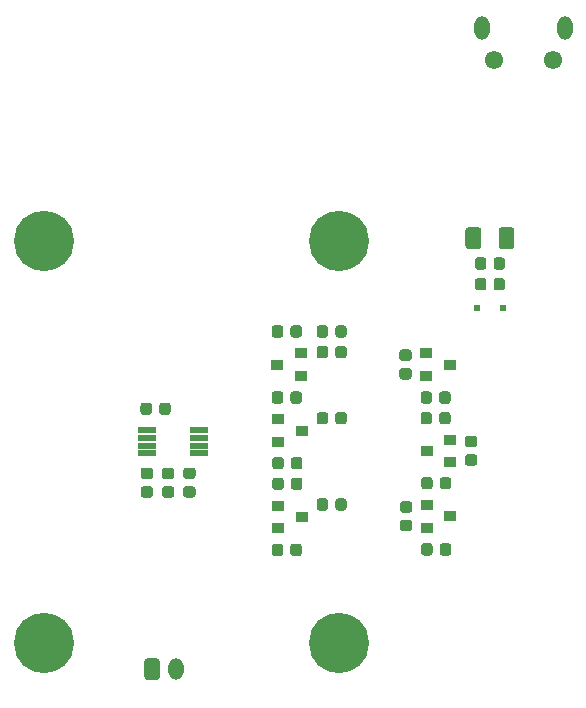
<source format=gbs>
%TF.GenerationSoftware,KiCad,Pcbnew,(5.1.6)-1*%
%TF.CreationDate,2021-03-31T15:54:52+07:00*%
%TF.ProjectId,EM_Drone_SUBFLIGHT,454d5f44-726f-46e6-955f-535542464c49,rev?*%
%TF.SameCoordinates,PX7997ee0PY7f50c60*%
%TF.FileFunction,Soldermask,Bot*%
%TF.FilePolarity,Negative*%
%FSLAX46Y46*%
G04 Gerber Fmt 4.6, Leading zero omitted, Abs format (unit mm)*
G04 Created by KiCad (PCBNEW (5.1.6)-1) date 2021-03-31 15:54:52*
%MOMM*%
%LPD*%
G01*
G04 APERTURE LIST*
%ADD10R,1.550000X0.550000*%
%ADD11R,1.000000X0.900000*%
%ADD12O,1.300000X2.000000*%
%ADD13C,1.550000*%
%ADD14O,1.300000X1.850000*%
%ADD15C,0.900000*%
%ADD16C,5.100000*%
%ADD17R,0.600000X0.600000*%
G04 APERTURE END LIST*
D10*
%TO.C,U2*%
X17200000Y37475000D03*
X17200000Y36825000D03*
X17200000Y36175000D03*
X17200000Y35525000D03*
X21600000Y35525000D03*
X21600000Y36175000D03*
X21600000Y36825000D03*
X21600000Y37475000D03*
%TD*%
%TO.C,R36*%
G36*
G01*
X28750000Y46131250D02*
X28750000Y45568750D01*
G75*
G02*
X28506250Y45325000I-243750J0D01*
G01*
X28018750Y45325000D01*
G75*
G02*
X27775000Y45568750I0J243750D01*
G01*
X27775000Y46131250D01*
G75*
G02*
X28018750Y46375000I243750J0D01*
G01*
X28506250Y46375000D01*
G75*
G02*
X28750000Y46131250I0J-243750D01*
G01*
G37*
G36*
G01*
X30325000Y46131250D02*
X30325000Y45568750D01*
G75*
G02*
X30081250Y45325000I-243750J0D01*
G01*
X29593750Y45325000D01*
G75*
G02*
X29350000Y45568750I0J243750D01*
G01*
X29350000Y46131250D01*
G75*
G02*
X29593750Y46375000I243750J0D01*
G01*
X30081250Y46375000D01*
G75*
G02*
X30325000Y46131250I0J-243750D01*
G01*
G37*
%TD*%
%TO.C,R35*%
G36*
G01*
X28800000Y33231250D02*
X28800000Y32668750D01*
G75*
G02*
X28556250Y32425000I-243750J0D01*
G01*
X28068750Y32425000D01*
G75*
G02*
X27825000Y32668750I0J243750D01*
G01*
X27825000Y33231250D01*
G75*
G02*
X28068750Y33475000I243750J0D01*
G01*
X28556250Y33475000D01*
G75*
G02*
X28800000Y33231250I0J-243750D01*
G01*
G37*
G36*
G01*
X30375000Y33231250D02*
X30375000Y32668750D01*
G75*
G02*
X30131250Y32425000I-243750J0D01*
G01*
X29643750Y32425000D01*
G75*
G02*
X29400000Y32668750I0J243750D01*
G01*
X29400000Y33231250D01*
G75*
G02*
X29643750Y33475000I243750J0D01*
G01*
X30131250Y33475000D01*
G75*
G02*
X30375000Y33231250I0J-243750D01*
G01*
G37*
%TD*%
%TO.C,R34*%
G36*
G01*
X28750000Y40531250D02*
X28750000Y39968750D01*
G75*
G02*
X28506250Y39725000I-243750J0D01*
G01*
X28018750Y39725000D01*
G75*
G02*
X27775000Y39968750I0J243750D01*
G01*
X27775000Y40531250D01*
G75*
G02*
X28018750Y40775000I243750J0D01*
G01*
X28506250Y40775000D01*
G75*
G02*
X28750000Y40531250I0J-243750D01*
G01*
G37*
G36*
G01*
X30325000Y40531250D02*
X30325000Y39968750D01*
G75*
G02*
X30081250Y39725000I-243750J0D01*
G01*
X29593750Y39725000D01*
G75*
G02*
X29350000Y39968750I0J243750D01*
G01*
X29350000Y40531250D01*
G75*
G02*
X29593750Y40775000I243750J0D01*
G01*
X30081250Y40775000D01*
G75*
G02*
X30325000Y40531250I0J-243750D01*
G01*
G37*
%TD*%
%TO.C,R33*%
G36*
G01*
X28750000Y27631250D02*
X28750000Y27068750D01*
G75*
G02*
X28506250Y26825000I-243750J0D01*
G01*
X28018750Y26825000D01*
G75*
G02*
X27775000Y27068750I0J243750D01*
G01*
X27775000Y27631250D01*
G75*
G02*
X28018750Y27875000I243750J0D01*
G01*
X28506250Y27875000D01*
G75*
G02*
X28750000Y27631250I0J-243750D01*
G01*
G37*
G36*
G01*
X30325000Y27631250D02*
X30325000Y27068750D01*
G75*
G02*
X30081250Y26825000I-243750J0D01*
G01*
X29593750Y26825000D01*
G75*
G02*
X29350000Y27068750I0J243750D01*
G01*
X29350000Y27631250D01*
G75*
G02*
X29593750Y27875000I243750J0D01*
G01*
X30081250Y27875000D01*
G75*
G02*
X30325000Y27631250I0J-243750D01*
G01*
G37*
%TD*%
%TO.C,R32*%
G36*
G01*
X28800000Y34981250D02*
X28800000Y34418750D01*
G75*
G02*
X28556250Y34175000I-243750J0D01*
G01*
X28068750Y34175000D01*
G75*
G02*
X27825000Y34418750I0J243750D01*
G01*
X27825000Y34981250D01*
G75*
G02*
X28068750Y35225000I243750J0D01*
G01*
X28556250Y35225000D01*
G75*
G02*
X28800000Y34981250I0J-243750D01*
G01*
G37*
G36*
G01*
X30375000Y34981250D02*
X30375000Y34418750D01*
G75*
G02*
X30131250Y34175000I-243750J0D01*
G01*
X29643750Y34175000D01*
G75*
G02*
X29400000Y34418750I0J243750D01*
G01*
X29400000Y34981250D01*
G75*
G02*
X29643750Y35225000I243750J0D01*
G01*
X30131250Y35225000D01*
G75*
G02*
X30375000Y34981250I0J-243750D01*
G01*
G37*
%TD*%
%TO.C,R31*%
G36*
G01*
X32550000Y46131250D02*
X32550000Y45568750D01*
G75*
G02*
X32306250Y45325000I-243750J0D01*
G01*
X31818750Y45325000D01*
G75*
G02*
X31575000Y45568750I0J243750D01*
G01*
X31575000Y46131250D01*
G75*
G02*
X31818750Y46375000I243750J0D01*
G01*
X32306250Y46375000D01*
G75*
G02*
X32550000Y46131250I0J-243750D01*
G01*
G37*
G36*
G01*
X34125000Y46131250D02*
X34125000Y45568750D01*
G75*
G02*
X33881250Y45325000I-243750J0D01*
G01*
X33393750Y45325000D01*
G75*
G02*
X33150000Y45568750I0J243750D01*
G01*
X33150000Y46131250D01*
G75*
G02*
X33393750Y46375000I243750J0D01*
G01*
X33881250Y46375000D01*
G75*
G02*
X34125000Y46131250I0J-243750D01*
G01*
G37*
%TD*%
%TO.C,R30*%
G36*
G01*
X39381250Y43350000D02*
X38818750Y43350000D01*
G75*
G02*
X38575000Y43593750I0J243750D01*
G01*
X38575000Y44081250D01*
G75*
G02*
X38818750Y44325000I243750J0D01*
G01*
X39381250Y44325000D01*
G75*
G02*
X39625000Y44081250I0J-243750D01*
G01*
X39625000Y43593750D01*
G75*
G02*
X39381250Y43350000I-243750J0D01*
G01*
G37*
G36*
G01*
X39381250Y41775000D02*
X38818750Y41775000D01*
G75*
G02*
X38575000Y42018750I0J243750D01*
G01*
X38575000Y42506250D01*
G75*
G02*
X38818750Y42750000I243750J0D01*
G01*
X39381250Y42750000D01*
G75*
G02*
X39625000Y42506250I0J-243750D01*
G01*
X39625000Y42018750D01*
G75*
G02*
X39381250Y41775000I-243750J0D01*
G01*
G37*
%TD*%
%TO.C,R29*%
G36*
G01*
X32550000Y31481250D02*
X32550000Y30918750D01*
G75*
G02*
X32306250Y30675000I-243750J0D01*
G01*
X31818750Y30675000D01*
G75*
G02*
X31575000Y30918750I0J243750D01*
G01*
X31575000Y31481250D01*
G75*
G02*
X31818750Y31725000I243750J0D01*
G01*
X32306250Y31725000D01*
G75*
G02*
X32550000Y31481250I0J-243750D01*
G01*
G37*
G36*
G01*
X34125000Y31481250D02*
X34125000Y30918750D01*
G75*
G02*
X33881250Y30675000I-243750J0D01*
G01*
X33393750Y30675000D01*
G75*
G02*
X33150000Y30918750I0J243750D01*
G01*
X33150000Y31481250D01*
G75*
G02*
X33393750Y31725000I243750J0D01*
G01*
X33881250Y31725000D01*
G75*
G02*
X34125000Y31481250I0J-243750D01*
G01*
G37*
%TD*%
%TO.C,R28*%
G36*
G01*
X32550000Y38781250D02*
X32550000Y38218750D01*
G75*
G02*
X32306250Y37975000I-243750J0D01*
G01*
X31818750Y37975000D01*
G75*
G02*
X31575000Y38218750I0J243750D01*
G01*
X31575000Y38781250D01*
G75*
G02*
X31818750Y39025000I243750J0D01*
G01*
X32306250Y39025000D01*
G75*
G02*
X32550000Y38781250I0J-243750D01*
G01*
G37*
G36*
G01*
X34125000Y38781250D02*
X34125000Y38218750D01*
G75*
G02*
X33881250Y37975000I-243750J0D01*
G01*
X33393750Y37975000D01*
G75*
G02*
X33150000Y38218750I0J243750D01*
G01*
X33150000Y38781250D01*
G75*
G02*
X33393750Y39025000I243750J0D01*
G01*
X33881250Y39025000D01*
G75*
G02*
X34125000Y38781250I0J-243750D01*
G01*
G37*
%TD*%
%TO.C,R27*%
G36*
G01*
X33150000Y43818750D02*
X33150000Y44381250D01*
G75*
G02*
X33393750Y44625000I243750J0D01*
G01*
X33881250Y44625000D01*
G75*
G02*
X34125000Y44381250I0J-243750D01*
G01*
X34125000Y43818750D01*
G75*
G02*
X33881250Y43575000I-243750J0D01*
G01*
X33393750Y43575000D01*
G75*
G02*
X33150000Y43818750I0J243750D01*
G01*
G37*
G36*
G01*
X31575000Y43818750D02*
X31575000Y44381250D01*
G75*
G02*
X31818750Y44625000I243750J0D01*
G01*
X32306250Y44625000D01*
G75*
G02*
X32550000Y44381250I0J-243750D01*
G01*
X32550000Y43818750D01*
G75*
G02*
X32306250Y43575000I-243750J0D01*
G01*
X31818750Y43575000D01*
G75*
G02*
X31575000Y43818750I0J243750D01*
G01*
G37*
%TD*%
%TO.C,R26*%
G36*
G01*
X41350000Y40531250D02*
X41350000Y39968750D01*
G75*
G02*
X41106250Y39725000I-243750J0D01*
G01*
X40618750Y39725000D01*
G75*
G02*
X40375000Y39968750I0J243750D01*
G01*
X40375000Y40531250D01*
G75*
G02*
X40618750Y40775000I243750J0D01*
G01*
X41106250Y40775000D01*
G75*
G02*
X41350000Y40531250I0J-243750D01*
G01*
G37*
G36*
G01*
X42925000Y40531250D02*
X42925000Y39968750D01*
G75*
G02*
X42681250Y39725000I-243750J0D01*
G01*
X42193750Y39725000D01*
G75*
G02*
X41950000Y39968750I0J243750D01*
G01*
X41950000Y40531250D01*
G75*
G02*
X42193750Y40775000I243750J0D01*
G01*
X42681250Y40775000D01*
G75*
G02*
X42925000Y40531250I0J-243750D01*
G01*
G37*
%TD*%
%TO.C,R25*%
G36*
G01*
X41400000Y33281250D02*
X41400000Y32718750D01*
G75*
G02*
X41156250Y32475000I-243750J0D01*
G01*
X40668750Y32475000D01*
G75*
G02*
X40425000Y32718750I0J243750D01*
G01*
X40425000Y33281250D01*
G75*
G02*
X40668750Y33525000I243750J0D01*
G01*
X41156250Y33525000D01*
G75*
G02*
X41400000Y33281250I0J-243750D01*
G01*
G37*
G36*
G01*
X42975000Y33281250D02*
X42975000Y32718750D01*
G75*
G02*
X42731250Y32475000I-243750J0D01*
G01*
X42243750Y32475000D01*
G75*
G02*
X42000000Y32718750I0J243750D01*
G01*
X42000000Y33281250D01*
G75*
G02*
X42243750Y33525000I243750J0D01*
G01*
X42731250Y33525000D01*
G75*
G02*
X42975000Y33281250I0J-243750D01*
G01*
G37*
%TD*%
%TO.C,R24*%
G36*
G01*
X44368750Y35450000D02*
X44931250Y35450000D01*
G75*
G02*
X45175000Y35206250I0J-243750D01*
G01*
X45175000Y34718750D01*
G75*
G02*
X44931250Y34475000I-243750J0D01*
G01*
X44368750Y34475000D01*
G75*
G02*
X44125000Y34718750I0J243750D01*
G01*
X44125000Y35206250D01*
G75*
G02*
X44368750Y35450000I243750J0D01*
G01*
G37*
G36*
G01*
X44368750Y37025000D02*
X44931250Y37025000D01*
G75*
G02*
X45175000Y36781250I0J-243750D01*
G01*
X45175000Y36293750D01*
G75*
G02*
X44931250Y36050000I-243750J0D01*
G01*
X44368750Y36050000D01*
G75*
G02*
X44125000Y36293750I0J243750D01*
G01*
X44125000Y36781250D01*
G75*
G02*
X44368750Y37025000I243750J0D01*
G01*
G37*
%TD*%
%TO.C,R23*%
G36*
G01*
X41350000Y38781250D02*
X41350000Y38218750D01*
G75*
G02*
X41106250Y37975000I-243750J0D01*
G01*
X40618750Y37975000D01*
G75*
G02*
X40375000Y38218750I0J243750D01*
G01*
X40375000Y38781250D01*
G75*
G02*
X40618750Y39025000I243750J0D01*
G01*
X41106250Y39025000D01*
G75*
G02*
X41350000Y38781250I0J-243750D01*
G01*
G37*
G36*
G01*
X42925000Y38781250D02*
X42925000Y38218750D01*
G75*
G02*
X42681250Y37975000I-243750J0D01*
G01*
X42193750Y37975000D01*
G75*
G02*
X41950000Y38218750I0J243750D01*
G01*
X41950000Y38781250D01*
G75*
G02*
X42193750Y39025000I243750J0D01*
G01*
X42681250Y39025000D01*
G75*
G02*
X42925000Y38781250I0J-243750D01*
G01*
G37*
%TD*%
%TO.C,R21*%
G36*
G01*
X39431250Y30500000D02*
X38868750Y30500000D01*
G75*
G02*
X38625000Y30743750I0J243750D01*
G01*
X38625000Y31231250D01*
G75*
G02*
X38868750Y31475000I243750J0D01*
G01*
X39431250Y31475000D01*
G75*
G02*
X39675000Y31231250I0J-243750D01*
G01*
X39675000Y30743750D01*
G75*
G02*
X39431250Y30500000I-243750J0D01*
G01*
G37*
G36*
G01*
X39431250Y28925000D02*
X38868750Y28925000D01*
G75*
G02*
X38625000Y29168750I0J243750D01*
G01*
X38625000Y29656250D01*
G75*
G02*
X38868750Y29900000I243750J0D01*
G01*
X39431250Y29900000D01*
G75*
G02*
X39675000Y29656250I0J-243750D01*
G01*
X39675000Y29168750D01*
G75*
G02*
X39431250Y28925000I-243750J0D01*
G01*
G37*
%TD*%
%TO.C,R16*%
G36*
G01*
X18718750Y32750000D02*
X19281250Y32750000D01*
G75*
G02*
X19525000Y32506250I0J-243750D01*
G01*
X19525000Y32018750D01*
G75*
G02*
X19281250Y31775000I-243750J0D01*
G01*
X18718750Y31775000D01*
G75*
G02*
X18475000Y32018750I0J243750D01*
G01*
X18475000Y32506250D01*
G75*
G02*
X18718750Y32750000I243750J0D01*
G01*
G37*
G36*
G01*
X18718750Y34325000D02*
X19281250Y34325000D01*
G75*
G02*
X19525000Y34081250I0J-243750D01*
G01*
X19525000Y33593750D01*
G75*
G02*
X19281250Y33350000I-243750J0D01*
G01*
X18718750Y33350000D01*
G75*
G02*
X18475000Y33593750I0J243750D01*
G01*
X18475000Y34081250D01*
G75*
G02*
X18718750Y34325000I243750J0D01*
G01*
G37*
%TD*%
%TO.C,R15*%
G36*
G01*
X21081250Y33350000D02*
X20518750Y33350000D01*
G75*
G02*
X20275000Y33593750I0J243750D01*
G01*
X20275000Y34081250D01*
G75*
G02*
X20518750Y34325000I243750J0D01*
G01*
X21081250Y34325000D01*
G75*
G02*
X21325000Y34081250I0J-243750D01*
G01*
X21325000Y33593750D01*
G75*
G02*
X21081250Y33350000I-243750J0D01*
G01*
G37*
G36*
G01*
X21081250Y31775000D02*
X20518750Y31775000D01*
G75*
G02*
X20275000Y32018750I0J243750D01*
G01*
X20275000Y32506250D01*
G75*
G02*
X20518750Y32750000I243750J0D01*
G01*
X21081250Y32750000D01*
G75*
G02*
X21325000Y32506250I0J-243750D01*
G01*
X21325000Y32018750D01*
G75*
G02*
X21081250Y31775000I-243750J0D01*
G01*
G37*
%TD*%
%TO.C,R13*%
G36*
G01*
X42000000Y27118750D02*
X42000000Y27681250D01*
G75*
G02*
X42243750Y27925000I243750J0D01*
G01*
X42731250Y27925000D01*
G75*
G02*
X42975000Y27681250I0J-243750D01*
G01*
X42975000Y27118750D01*
G75*
G02*
X42731250Y26875000I-243750J0D01*
G01*
X42243750Y26875000D01*
G75*
G02*
X42000000Y27118750I0J243750D01*
G01*
G37*
G36*
G01*
X40425000Y27118750D02*
X40425000Y27681250D01*
G75*
G02*
X40668750Y27925000I243750J0D01*
G01*
X41156250Y27925000D01*
G75*
G02*
X41400000Y27681250I0J-243750D01*
G01*
X41400000Y27118750D01*
G75*
G02*
X41156250Y26875000I-243750J0D01*
G01*
X40668750Y26875000D01*
G75*
G02*
X40425000Y27118750I0J243750D01*
G01*
G37*
%TD*%
D11*
%TO.C,Q7*%
X30300000Y30150000D03*
X28300000Y31100000D03*
X28300000Y29200000D03*
%TD*%
%TO.C,Q6*%
X30300000Y37450000D03*
X28300000Y38400000D03*
X28300000Y36500000D03*
%TD*%
%TO.C,Q5*%
X28250000Y43050000D03*
X30250000Y42100000D03*
X30250000Y44000000D03*
%TD*%
%TO.C,Q4*%
X42850000Y43050000D03*
X40850000Y44000000D03*
X40850000Y42100000D03*
%TD*%
%TO.C,Q2*%
X40900000Y35750000D03*
X42900000Y34800000D03*
X42900000Y36700000D03*
%TD*%
%TO.C,Q1*%
X42900000Y30200000D03*
X40900000Y31150000D03*
X40900000Y29250000D03*
%TD*%
D12*
%TO.C,J5*%
X45600000Y71537500D03*
X52600000Y71537500D03*
D13*
X46600000Y68837500D03*
X51600000Y68837500D03*
%TD*%
D14*
%TO.C,J2*%
X19650000Y17250000D03*
G36*
G01*
X17000000Y16595832D02*
X17000000Y17904168D01*
G75*
G02*
X17270832Y18175000I270832J0D01*
G01*
X18029168Y18175000D01*
G75*
G02*
X18300000Y17904168I0J-270832D01*
G01*
X18300000Y16595832D01*
G75*
G02*
X18029168Y16325000I-270832J0D01*
G01*
X17270832Y16325000D01*
G75*
G02*
X17000000Y16595832I0J270832D01*
G01*
G37*
%TD*%
D15*
%TO.C,H4*%
X34825825Y54875825D03*
X33500000Y55425000D03*
X32174175Y54875825D03*
X31625000Y53550000D03*
X32174175Y52224175D03*
X33500000Y51675000D03*
X34825825Y52224175D03*
X35375000Y53550000D03*
D16*
X33500000Y53550000D03*
%TD*%
D15*
%TO.C,H3*%
X34825825Y20825825D03*
X33500000Y21375000D03*
X32174175Y20825825D03*
X31625000Y19500000D03*
X32174175Y18174175D03*
X33500000Y17625000D03*
X34825825Y18174175D03*
X35375000Y19500000D03*
D16*
X33500000Y19500000D03*
%TD*%
D15*
%TO.C,H2*%
X9825825Y54825825D03*
X8500000Y55375000D03*
X7174175Y54825825D03*
X6625000Y53500000D03*
X7174175Y52174175D03*
X8500000Y51625000D03*
X9825825Y52174175D03*
X10375000Y53500000D03*
D16*
X8500000Y53500000D03*
%TD*%
D15*
%TO.C,H1*%
X9825825Y20825825D03*
X8500000Y21375000D03*
X7174175Y20825825D03*
X6625000Y19500000D03*
X7174175Y18174175D03*
X8500000Y17625000D03*
X9825825Y18174175D03*
X10375000Y19500000D03*
D16*
X8500000Y19500000D03*
%TD*%
D17*
%TO.C,D7*%
X45150000Y47850000D03*
X47350000Y47850000D03*
%TD*%
%TO.C,C27*%
G36*
G01*
X45950000Y50131250D02*
X45950000Y49568750D01*
G75*
G02*
X45706250Y49325000I-243750J0D01*
G01*
X45218750Y49325000D01*
G75*
G02*
X44975000Y49568750I0J243750D01*
G01*
X44975000Y50131250D01*
G75*
G02*
X45218750Y50375000I243750J0D01*
G01*
X45706250Y50375000D01*
G75*
G02*
X45950000Y50131250I0J-243750D01*
G01*
G37*
G36*
G01*
X47525000Y50131250D02*
X47525000Y49568750D01*
G75*
G02*
X47281250Y49325000I-243750J0D01*
G01*
X46793750Y49325000D01*
G75*
G02*
X46550000Y49568750I0J243750D01*
G01*
X46550000Y50131250D01*
G75*
G02*
X46793750Y50375000I243750J0D01*
G01*
X47281250Y50375000D01*
G75*
G02*
X47525000Y50131250I0J-243750D01*
G01*
G37*
%TD*%
%TO.C,C24*%
G36*
G01*
X45950000Y51881250D02*
X45950000Y51318750D01*
G75*
G02*
X45706250Y51075000I-243750J0D01*
G01*
X45218750Y51075000D01*
G75*
G02*
X44975000Y51318750I0J243750D01*
G01*
X44975000Y51881250D01*
G75*
G02*
X45218750Y52125000I243750J0D01*
G01*
X45706250Y52125000D01*
G75*
G02*
X45950000Y51881250I0J-243750D01*
G01*
G37*
G36*
G01*
X47525000Y51881250D02*
X47525000Y51318750D01*
G75*
G02*
X47281250Y51075000I-243750J0D01*
G01*
X46793750Y51075000D01*
G75*
G02*
X46550000Y51318750I0J243750D01*
G01*
X46550000Y51881250D01*
G75*
G02*
X46793750Y52125000I243750J0D01*
G01*
X47281250Y52125000D01*
G75*
G02*
X47525000Y51881250I0J-243750D01*
G01*
G37*
%TD*%
%TO.C,C22*%
G36*
G01*
X45525000Y54405000D02*
X45525000Y53095000D01*
G75*
G02*
X45255000Y52825000I-270000J0D01*
G01*
X44445000Y52825000D01*
G75*
G02*
X44175000Y53095000I0J270000D01*
G01*
X44175000Y54405000D01*
G75*
G02*
X44445000Y54675000I270000J0D01*
G01*
X45255000Y54675000D01*
G75*
G02*
X45525000Y54405000I0J-270000D01*
G01*
G37*
G36*
G01*
X48325000Y54405000D02*
X48325000Y53095000D01*
G75*
G02*
X48055000Y52825000I-270000J0D01*
G01*
X47245000Y52825000D01*
G75*
G02*
X46975000Y53095000I0J270000D01*
G01*
X46975000Y54405000D01*
G75*
G02*
X47245000Y54675000I270000J0D01*
G01*
X48055000Y54675000D01*
G75*
G02*
X48325000Y54405000I0J-270000D01*
G01*
G37*
%TD*%
%TO.C,C8*%
G36*
G01*
X16918750Y32750000D02*
X17481250Y32750000D01*
G75*
G02*
X17725000Y32506250I0J-243750D01*
G01*
X17725000Y32018750D01*
G75*
G02*
X17481250Y31775000I-243750J0D01*
G01*
X16918750Y31775000D01*
G75*
G02*
X16675000Y32018750I0J243750D01*
G01*
X16675000Y32506250D01*
G75*
G02*
X16918750Y32750000I243750J0D01*
G01*
G37*
G36*
G01*
X16918750Y34325000D02*
X17481250Y34325000D01*
G75*
G02*
X17725000Y34081250I0J-243750D01*
G01*
X17725000Y33593750D01*
G75*
G02*
X17481250Y33350000I-243750J0D01*
G01*
X16918750Y33350000D01*
G75*
G02*
X16675000Y33593750I0J243750D01*
G01*
X16675000Y34081250D01*
G75*
G02*
X16918750Y34325000I243750J0D01*
G01*
G37*
%TD*%
%TO.C,C7*%
G36*
G01*
X18237500Y39018750D02*
X18237500Y39581250D01*
G75*
G02*
X18481250Y39825000I243750J0D01*
G01*
X18968750Y39825000D01*
G75*
G02*
X19212500Y39581250I0J-243750D01*
G01*
X19212500Y39018750D01*
G75*
G02*
X18968750Y38775000I-243750J0D01*
G01*
X18481250Y38775000D01*
G75*
G02*
X18237500Y39018750I0J243750D01*
G01*
G37*
G36*
G01*
X16662500Y39018750D02*
X16662500Y39581250D01*
G75*
G02*
X16906250Y39825000I243750J0D01*
G01*
X17393750Y39825000D01*
G75*
G02*
X17637500Y39581250I0J-243750D01*
G01*
X17637500Y39018750D01*
G75*
G02*
X17393750Y38775000I-243750J0D01*
G01*
X16906250Y38775000D01*
G75*
G02*
X16662500Y39018750I0J243750D01*
G01*
G37*
%TD*%
M02*

</source>
